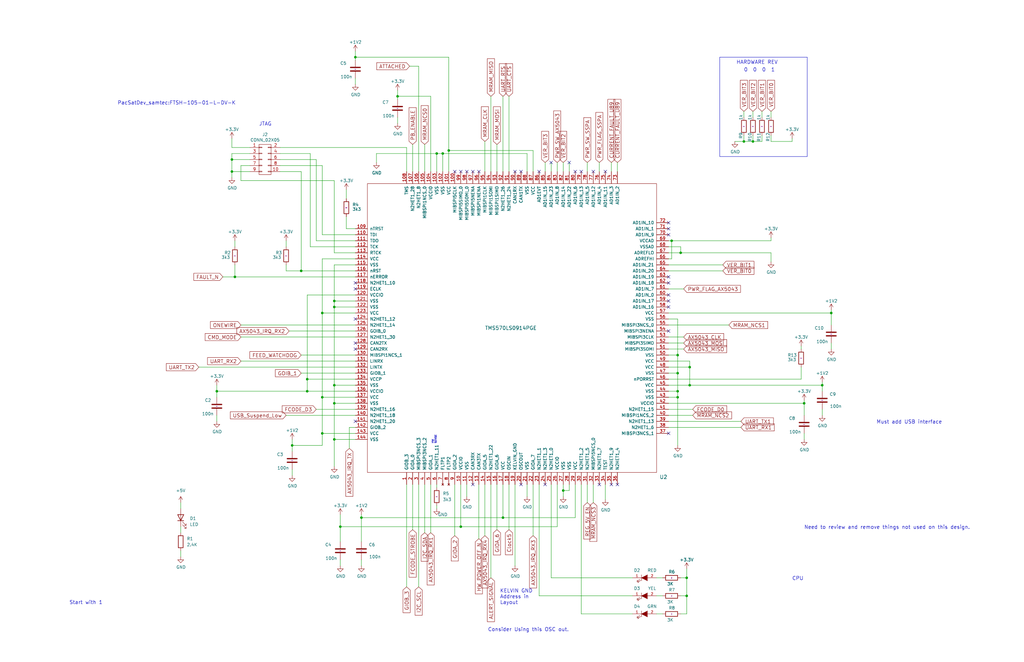
<source format=kicad_sch>
(kicad_sch (version 20230121) (generator eeschema)
  (paper "USLedger")
  (title_block (title "Radiation Tolerant PacSat Communication") (date "2023-06-17") (rev "1.1") (company "AMSAT-NA") (comment 1 "N5BRG"))
  (junction (at 129.54 165.1))
  (junction (at 140.97 170.18))
  (junction (at 194.31 222.25))
  (junction (at 285.75 165.1))
  (junction (at 313.69 59.69))
  (junction (at 140.97 162.56))
  (junction (at 152.4 218.44))
  (junction (at 189.23 63.5))
  (junction (at 285.75 157.48))
  (junction (at 350.52 132.08))
  (junction (at 97.79 67.31))
  (junction (at 143.51 222.25))
  (junction (at 285.75 149.86))
  (junction (at 129.54 160.02))
  (junction (at 287.02 106.68))
  (junction (at 184.15 64.77))
  (junction (at 99.06 116.84))
  (junction (at 290.83 154.94))
  (junction (at 289.56 251.46))
  (junction (at 149.86 24.13))
  (junction (at 289.56 243.84))
  (junction (at 140.97 127))
  (junction (at 212.09 218.44))
  (junction (at 167.64 40.64))
  (junction (at 237.49 207.01))
  (junction (at 135.89 132.08))
  (junction (at 91.44 165.1))
  (junction (at 346.71 162.56))
  (junction (at 135.89 167.64))
  (junction (at 135.89 182.88))
  (junction (at 339.09 170.18))
  (junction (at 140.97 129.54))
  (junction (at 317.5 59.69))
  (junction (at 285.75 167.64))
  (junction (at 127 114.3))
  (junction (at 140.97 185.42))
  (junction (at 186.69 64.77))
  (junction (at 97.79 72.39))
  (junction (at 123.19 187.96))
  (junction (at 283.21 101.6))
  (junction (at 290.83 162.56))
  (no_connect (at 281.94 96.52))
  (no_connect (at 281.94 124.46))
  (no_connect (at 191.77 72.39))
  (no_connect (at 149.86 119.38))
  (no_connect (at 232.41 68.58))
  (no_connect (at 257.81 204.47))
  (no_connect (at 281.94 139.7))
  (no_connect (at 199.39 204.47))
  (no_connect (at 199.39 72.39))
  (no_connect (at 281.94 129.54))
  (no_connect (at 281.94 182.88))
  (no_connect (at 196.85 72.39))
  (no_connect (at 194.31 72.39))
  (no_connect (at 227.33 72.39))
  (no_connect (at 219.71 204.47))
  (no_connect (at 281.94 127))
  (no_connect (at 260.35 204.47))
  (no_connect (at 217.17 72.39))
  (no_connect (at 149.86 144.78))
  (no_connect (at 149.86 177.8))
  (no_connect (at 219.71 72.39))
  (no_connect (at 242.57 72.39))
  (no_connect (at 281.94 119.38))
  (no_connect (at 245.11 72.39))
  (no_connect (at 281.94 99.06))
  (no_connect (at 149.86 147.32))
  (no_connect (at 201.93 72.39))
  (no_connect (at 252.73 204.47))
  (no_connect (at 229.87 204.47))
  (no_connect (at 281.94 116.84))
  (no_connect (at 255.27 72.39))
  (no_connect (at 149.86 121.92))
  (no_connect (at 281.94 93.98))
  (no_connect (at 240.03 68.58))
  (no_connect (at 149.86 134.62))
  (no_connect (at 250.19 72.39))
  (wire (pts (xy 245.11 259.08) (xy 266.7 259.08)))
  (wire (pts (xy 91.44 162.56) (xy 91.44 165.1)))
  (wire (pts (xy 285.75 165.1) (xy 281.94 165.1)))
  (wire (pts (xy 135.89 182.88) (xy 135.89 187.96)))
  (wire (pts (xy 129.54 124.46) (xy 129.54 160.02)))
  (wire (pts (xy 339.09 170.18) (xy 339.09 175.26)))
  (wire (pts (xy 133.35 101.6) (xy 133.35 67.31)))
  (wire (pts (xy 143.51 236.22) (xy 143.51 238.76)))
  (wire (pts (xy 232.41 68.58) (xy 232.41 72.39)))
  (wire (pts (xy 91.44 175.26) (xy 91.44 177.8)))
  (wire (pts (xy 140.97 170.18) (xy 149.86 170.18)))
  (wire (pts (xy 350.52 132.08) (xy 350.52 137.16)))
  (wire (pts (xy 281.94 175.26) (xy 292.1 175.26)))
  (wire (pts (xy 152.4 217.17) (xy 152.4 218.44)))
  (wire (pts (xy 120.65 101.6) (xy 120.65 104.14)))
  (wire (pts (xy 140.97 127) (xy 149.86 127)))
  (wire (pts (xy 101.6 137.16) (xy 149.86 137.16)))
  (wire (pts (xy 285.75 149.86) (xy 285.75 157.48)))
  (wire (pts (xy 194.31 222.25) (xy 234.95 222.25)))
  (wire (pts (xy 149.86 109.22) (xy 135.89 109.22)))
  (wire (pts (xy 143.51 222.25) (xy 143.51 228.6)))
  (wire (pts (xy 127 72.39) (xy 118.11 72.39)))
  (wire (pts (xy 350.52 130.81) (xy 350.52 132.08)))
  (wire (pts (xy 140.97 76.2) (xy 101.6 76.2)))
  (wire (pts (xy 317.5 59.69) (xy 321.31 59.69)))
  (wire (pts (xy 123.19 187.96) (xy 123.19 190.5)))
  (wire (pts (xy 97.79 62.23) (xy 97.79 58.42)))
  (wire (pts (xy 281.94 180.34) (xy 312.42 180.34)))
  (wire (pts (xy 101.6 142.24) (xy 149.86 142.24)))
  (wire (pts (xy 101.6 76.2) (xy 101.6 69.85)))
  (wire (pts (xy 146.05 96.52) (xy 149.86 96.52)))
  (wire (pts (xy 152.4 218.44) (xy 152.4 228.6)))
  (wire (pts (xy 204.47 226.06) (xy 204.47 204.47)))
  (wire (pts (xy 290.83 152.4) (xy 281.94 152.4)))
  (wire (pts (xy 287.02 243.84) (xy 289.56 243.84)))
  (wire (pts (xy 281.94 177.8) (xy 312.42 177.8)))
  (wire (pts (xy 133.35 67.31) (xy 118.11 67.31)))
  (wire (pts (xy 158.75 64.77) (xy 158.75 68.58)))
  (wire (pts (xy 252.73 68.58) (xy 252.73 72.39)))
  (wire (pts (xy 91.44 165.1) (xy 91.44 167.64)))
  (wire (pts (xy 212.09 218.44) (xy 242.57 218.44)))
  (wire (pts (xy 176.53 27.94) (xy 172.72 27.94)))
  (wire (pts (xy 129.54 124.46) (xy 149.86 124.46)))
  (wire (pts (xy 234.95 68.58) (xy 234.95 72.39)))
  (wire (pts (xy 247.65 68.58) (xy 247.65 72.39)))
  (wire (pts (xy 143.51 222.25) (xy 194.31 222.25)))
  (wire (pts (xy 105.41 62.23) (xy 97.79 62.23)))
  (wire (pts (xy 99.06 116.84) (xy 149.86 116.84)))
  (wire (pts (xy 234.95 222.25) (xy 234.95 204.47)))
  (wire (pts (xy 276.86 259.08) (xy 279.4 259.08)))
  (wire (pts (xy 135.89 187.96) (xy 123.19 187.96)))
  (wire (pts (xy 201.93 204.47) (xy 201.93 227.33)))
  (wire (pts (xy 212.09 204.47) (xy 212.09 218.44)))
  (wire (pts (xy 350.52 144.78) (xy 350.52 147.32)))
  (wire (pts (xy 304.8 114.3) (xy 281.94 114.3)))
  (wire (pts (xy 149.86 149.86) (xy 127 149.86)))
  (wire (pts (xy 149.86 152.4) (xy 101.6 152.4)))
  (wire (pts (xy 133.35 172.72) (xy 149.86 172.72)))
  (wire (pts (xy 120.65 175.26) (xy 149.86 175.26)))
  (wire (pts (xy 207.01 72.39) (xy 207.01 40.64)))
  (wire (pts (xy 167.64 49.53) (xy 167.64 52.07)))
  (wire (pts (xy 191.77 204.47) (xy 191.77 226.06)))
  (wire (pts (xy 281.94 134.62) (xy 285.75 134.62)))
  (wire (pts (xy 127 114.3) (xy 127 72.39)))
  (polyline (pts (xy 340.36 24.13) (xy 303.53 24.13)))
  (wire (pts (xy 255.27 204.47) (xy 255.27 210.82)))
  (wire (pts (xy 281.94 121.92) (xy 288.29 121.92)))
  (wire (pts (xy 289.56 259.08) (xy 287.02 259.08)))
  (wire (pts (xy 140.97 111.76) (xy 140.97 127)))
  (wire (pts (xy 209.55 72.39) (xy 209.55 60.96)))
  (wire (pts (xy 240.03 207.01) (xy 240.03 204.47)))
  (wire (pts (xy 334.01 59.69) (xy 334.01 58.42)))
  (wire (pts (xy 129.54 160.02) (xy 129.54 165.1)))
  (wire (pts (xy 222.25 64.77) (xy 222.25 72.39)))
  (wire (pts (xy 337.82 160.02) (xy 281.94 160.02)))
  (wire (pts (xy 337.82 146.05) (xy 337.82 147.32)))
  (wire (pts (xy 346.71 172.72) (xy 346.71 175.26)))
  (wire (pts (xy 149.86 104.14) (xy 130.81 104.14)))
  (polyline (pts (xy 303.53 66.04) (xy 340.36 66.04)))
  (wire (pts (xy 209.55 204.47) (xy 209.55 223.52)))
  (wire (pts (xy 325.12 106.68) (xy 325.12 110.49)))
  (wire (pts (xy 179.07 224.79) (xy 179.07 204.47)))
  (wire (pts (xy 99.06 111.76) (xy 99.06 116.84)))
  (wire (pts (xy 289.56 240.03) (xy 289.56 243.84)))
  (wire (pts (xy 97.79 72.39) (xy 105.41 72.39)))
  (wire (pts (xy 281.94 147.32) (xy 288.29 147.32)))
  (wire (pts (xy 281.94 111.76) (xy 304.8 111.76)))
  (wire (pts (xy 281.94 109.22) (xy 283.21 109.22)))
  (wire (pts (xy 281.94 137.16) (xy 307.34 137.16)))
  (wire (pts (xy 127 157.48) (xy 149.86 157.48)))
  (wire (pts (xy 309.88 59.69) (xy 313.69 59.69)))
  (wire (pts (xy 237.49 68.58) (xy 237.49 72.39)))
  (wire (pts (xy 173.99 60.96) (xy 173.99 72.39)))
  (wire (pts (xy 91.44 165.1) (xy 129.54 165.1)))
  (wire (pts (xy 181.61 204.47) (xy 181.61 224.79)))
  (wire (pts (xy 237.49 207.01) (xy 240.03 207.01)))
  (wire (pts (xy 222.25 204.47) (xy 222.25 209.55)))
  (wire (pts (xy 140.97 185.42) (xy 149.86 185.42)))
  (wire (pts (xy 204.47 72.39) (xy 204.47 59.69)))
  (wire (pts (xy 171.45 72.39) (xy 171.45 62.23)))
  (wire (pts (xy 149.86 132.08) (xy 135.89 132.08)))
  (wire (pts (xy 135.89 132.08) (xy 135.89 167.64)))
  (wire (pts (xy 97.79 64.77) (xy 97.79 67.31)))
  (wire (pts (xy 130.81 104.14) (xy 130.81 64.77)))
  (wire (pts (xy 135.89 109.22) (xy 135.89 132.08)))
  (wire (pts (xy 167.64 38.1) (xy 167.64 40.64)))
  (wire (pts (xy 127 114.3) (xy 149.86 114.3)))
  (wire (pts (xy 121.92 139.7) (xy 149.86 139.7)))
  (wire (pts (xy 227.33 204.47) (xy 227.33 251.46)))
  (wire (pts (xy 149.86 33.02) (xy 149.86 35.56)))
  (wire (pts (xy 290.83 162.56) (xy 346.71 162.56)))
  (wire (pts (xy 152.4 236.22) (xy 152.4 238.76)))
  (wire (pts (xy 283.21 109.22) (xy 283.21 101.6)))
  (wire (pts (xy 99.06 101.6) (xy 99.06 104.14)))
  (wire (pts (xy 140.97 129.54) (xy 149.86 129.54)))
  (wire (pts (xy 130.81 64.77) (xy 118.11 64.77)))
  (wire (pts (xy 212.09 40.64) (xy 212.09 72.39)))
  (wire (pts (xy 281.94 162.56) (xy 290.83 162.56)))
  (wire (pts (xy 194.31 222.25) (xy 194.31 204.47)))
  (wire (pts (xy 158.75 64.77) (xy 184.15 64.77)))
  (wire (pts (xy 184.15 213.36) (xy 184.15 214.63)))
  (wire (pts (xy 140.97 162.56) (xy 140.97 170.18)))
  (wire (pts (xy 135.89 69.85) (xy 118.11 69.85)))
  (wire (pts (xy 189.23 24.13) (xy 189.23 63.5)))
  (wire (pts (xy 140.97 162.56) (xy 149.86 162.56)))
  (wire (pts (xy 290.83 152.4) (xy 290.83 154.94)))
  (wire (pts (xy 229.87 68.58) (xy 229.87 72.39)))
  (wire (pts (xy 97.79 67.31) (xy 97.79 72.39)))
  (wire (pts (xy 346.71 161.29) (xy 346.71 162.56)))
  (wire (pts (xy 325.12 101.6) (xy 325.12 100.33)))
  (wire (pts (xy 149.86 24.13) (xy 149.86 25.4)))
  (wire (pts (xy 285.75 157.48) (xy 281.94 157.48)))
  (wire (pts (xy 242.57 218.44) (xy 242.57 204.47)))
  (polyline (pts (xy 340.36 66.04) (xy 340.36 24.13)))
  (wire (pts (xy 285.75 157.48) (xy 285.75 165.1)))
  (wire (pts (xy 186.69 64.77) (xy 186.69 72.39)))
  (wire (pts (xy 224.79 63.5) (xy 189.23 63.5)))
  (wire (pts (xy 105.41 67.31) (xy 97.79 67.31)))
  (wire (pts (xy 143.51 217.17) (xy 143.51 222.25)))
  (wire (pts (xy 325.12 59.69) (xy 334.01 59.69)))
  (wire (pts (xy 184.15 72.39) (xy 184.15 64.77)))
  (wire (pts (xy 135.89 167.64) (xy 149.86 167.64)))
  (wire (pts (xy 232.41 243.84) (xy 266.7 243.84)))
  (wire (pts (xy 140.97 129.54) (xy 140.97 162.56)))
  (wire (pts (xy 129.54 165.1) (xy 149.86 165.1)))
  (wire (pts (xy 292.1 172.72) (xy 281.94 172.72)))
  (wire (pts (xy 317.5 49.53) (xy 317.5 46.99)))
  (wire (pts (xy 276.86 243.84) (xy 279.4 243.84)))
  (wire (pts (xy 337.82 154.94) (xy 337.82 160.02)))
  (wire (pts (xy 285.75 167.64) (xy 281.94 167.64)))
  (wire (pts (xy 232.41 204.47) (xy 232.41 243.84)))
  (wire (pts (xy 214.63 204.47) (xy 214.63 223.52)))
  (wire (pts (xy 149.86 99.06) (xy 135.89 99.06)))
  (wire (pts (xy 281.94 132.08) (xy 350.52 132.08)))
  (wire (pts (xy 186.69 64.77) (xy 222.25 64.77)))
  (wire (pts (xy 167.64 40.64) (xy 167.64 41.91)))
  (wire (pts (xy 105.41 64.77) (xy 97.79 64.77)))
  (wire (pts (xy 281.94 144.78) (xy 288.29 144.78)))
  (polyline (pts (xy 303.53 24.13) (xy 303.53 66.04)))
  (wire (pts (xy 189.23 63.5) (xy 189.23 72.39)))
  (wire (pts (xy 152.4 218.44) (xy 212.09 218.44)))
  (wire (pts (xy 135.89 167.64) (xy 135.89 182.88)))
  (wire (pts (xy 289.56 243.84) (xy 289.56 251.46)))
  (wire (pts (xy 346.71 162.56) (xy 346.71 165.1)))
  (wire (pts (xy 135.89 182.88) (xy 149.86 182.88)))
  (wire (pts (xy 285.75 167.64) (xy 285.75 187.96)))
  (wire (pts (xy 101.6 69.85) (xy 105.41 69.85)))
  (wire (pts (xy 321.31 59.69) (xy 321.31 57.15)))
  (wire (pts (xy 171.45 62.23) (xy 118.11 62.23)))
  (wire (pts (xy 281.94 142.24) (xy 288.29 142.24)))
  (wire (pts (xy 149.86 111.76) (xy 140.97 111.76)))
  (wire (pts (xy 120.65 114.3) (xy 120.65 111.76)))
  (wire (pts (xy 290.83 154.94) (xy 281.94 154.94)))
  (wire (pts (xy 281.94 104.14) (xy 287.02 104.14)))
  (wire (pts (xy 257.81 68.58) (xy 257.81 72.39)))
  (wire (pts (xy 140.97 106.68) (xy 140.97 76.2)))
  (wire (pts (xy 224.79 72.39) (xy 224.79 63.5)))
  (wire (pts (xy 76.2 212.09) (xy 76.2 214.63)))
  (wire (pts (xy 171.45 247.65) (xy 171.45 204.47)))
  (wire (pts (xy 76.2 232.41) (xy 76.2 234.95)))
  (wire (pts (xy 240.03 68.58) (xy 240.03 72.39)))
  (wire (pts (xy 289.56 251.46) (xy 287.02 251.46)))
  (wire (pts (xy 283.21 101.6) (xy 325.12 101.6)))
  (wire (pts (xy 149.86 160.02) (xy 129.54 160.02)))
  (wire (pts (xy 196.85 204.47) (xy 196.85 209.55)))
  (wire (pts (xy 287.02 106.68) (xy 325.12 106.68)))
  (wire (pts (xy 281.94 101.6) (xy 283.21 101.6)))
  (wire (pts (xy 140.97 170.18) (xy 140.97 185.42)))
  (wire (pts (xy 289.56 251.46) (xy 289.56 259.08)))
  (wire (pts (xy 173.99 223.52) (xy 173.99 204.47)))
  (wire (pts (xy 146.05 91.44) (xy 146.05 96.52)))
  (wire (pts (xy 281.94 170.18) (xy 339.09 170.18)))
  (wire (pts (xy 313.69 46.99) (xy 313.69 49.53)))
  (wire (pts (xy 123.19 185.42) (xy 123.19 187.96)))
  (wire (pts (xy 149.86 106.68) (xy 140.97 106.68)))
  (wire (pts (xy 290.83 154.94) (xy 290.83 162.56)))
  (wire (pts (xy 214.63 40.64) (xy 214.63 72.39)))
  (wire (pts (xy 224.79 226.06) (xy 224.79 204.47)))
  (wire (pts (xy 217.17 204.47) (xy 217.17 238.76)))
  (wire (pts (xy 285.75 165.1) (xy 285.75 167.64)))
  (wire (pts (xy 149.86 24.13) (xy 189.23 24.13)))
  (wire (pts (xy 339.09 182.88) (xy 339.09 185.42)))
  (wire (pts (xy 149.86 180.34) (xy 147.32 180.34)))
  (wire (pts (xy 276.86 251.46) (xy 279.4 251.46)))
  (wire (pts (xy 313.69 59.69) (xy 317.5 59.69)))
  (wire (pts (xy 147.32 180.34) (xy 147.32 189.23)))
  (wire (pts (xy 184.15 204.47) (xy 184.15 205.74)))
  (wire (pts (xy 237.49 204.47) (xy 237.49 207.01)))
  (wire (pts (xy 227.33 251.46) (xy 266.7 251.46)))
  (wire (pts (xy 181.61 40.64) (xy 181.61 72.39)))
  (wire (pts (xy 184.15 64.77) (xy 186.69 64.77)))
  (wire (pts (xy 76.2 222.25) (xy 76.2 224.79)))
  (wire (pts (xy 167.64 40.64) (xy 181.61 40.64)))
  (wire (pts (xy 339.09 168.91) (xy 339.09 170.18)))
  (wire (pts (xy 281.94 106.68) (xy 287.02 106.68)))
  (wire (pts (xy 313.69 59.69) (xy 313.69 57.15)))
  (wire (pts (xy 176.53 27.94) (xy 176.53 72.39)))
  (wire (pts (xy 250.19 204.47) (xy 250.19 212.09)))
  (wire (pts (xy 237.49 207.01) (xy 237.49 209.55)))
  (wire (pts (xy 97.79 72.39) (xy 97.79 74.93)))
  (wire (pts (xy 245.11 204.47) (xy 245.11 259.08)))
  (wire (pts (xy 149.86 154.94) (xy 83.82 154.94)))
  (wire (pts (xy 287.02 104.14) (xy 287.02 106.68)))
  (wire (pts (xy 135.89 99.06) (xy 135.89 69.85)))
  (wire (pts (xy 123.19 198.12) (xy 123.19 200.66)))
  (wire (pts (xy 321.31 49.53) (xy 321.31 46.99)))
  (wire (pts (xy 146.05 80.01) (xy 146.05 83.82)))
  (wire (pts (xy 260.35 68.58) (xy 260.35 72.39)))
  (wire (pts (xy 149.86 101.6) (xy 133.35 101.6)))
  (wire (pts (xy 179.07 72.39) (xy 179.07 60.96)))
  (wire (pts (xy 207.01 243.84) (xy 207.01 204.47)))
  (wire (pts (xy 325.12 59.69) (xy 325.12 57.15)))
  (wire (pts (xy 140.97 185.42) (xy 140.97 196.85)))
  (wire (pts (xy 140.97 127) (xy 140.97 129.54)))
  (wire (pts (xy 285.75 134.62) (xy 285.75 149.86)))
  (wire (pts (xy 247.65 204.47) (xy 247.65 212.09)))
  (wire (pts (xy 93.98 116.84) (xy 99.06 116.84)))
  (wire (pts (xy 176.53 204.47) (xy 176.53 247.65)))
  (wire (pts (xy 325.12 49.53) (xy 325.12 46.99)))
  (wire (pts (xy 120.65 114.3) (xy 127 114.3)))
  (wire (pts (xy 317.5 57.15) (xy 317.5 59.69)))
  (wire (pts (xy 281.94 149.86) (xy 285.75 149.86)))
  (wire (pts (xy 149.86 21.59) (xy 149.86 24.13)))
  (text "CPU" (at 334.01 245.11 0) (effects (font (size 1.524 1.524)) (justify left bottom)))
  (text "PacSatDev_samtec:FTSH-105-01-L-DV-K" (at 49.53 44.45 0) (effects (font (size 1.524 1.524)) (justify left bottom)))
  (text "0" (at 321.31 30.48 0) (effects (font (size 1.524 1.524)) (justify left bottom)))
  (text "0" (at 313.69 30.48 0) (effects (font (size 1.524 1.524)) (justify left bottom)))
  (text "Consider Using this OSC out." (at 205.74 266.7 0) (effects (font (size 1.524 1.524)) (justify left bottom)))
  (text "JTAG" (at 109.22 53.34 0) (effects (font (size 1.524 1.524)) (justify left bottom)))
  (text "Need to review and remove things not used on this design." (at 339.09 223.52 0) (effects (font (size 1.524 1.524)) (justify left bottom)))
  (text "Must add USB interface" (at 369.57 179.07 0) (effects (font (size 1.524 1.524)) (justify left bottom)))
  (text "HARDWARE REV" (at 310.515 27.305 0) (effects (font (size 1.524 1.524)) (justify left bottom)))
  (text "Start with 1" (at 29.21 255.27 0) (effects (font (size 1.524 1.524)) (justify left bottom)))
  (text "HW\nSENSE" (at 184.15 187.325 90) (effects (font (size 0.762 0.762)) (justify left bottom)))
  (text "1" (at 325.12 30.48 0) (effects (font (size 1.524 1.524)) (justify left bottom)))
  (text "0" (at 317.5 30.48 0) (effects (font (size 1.524 1.524)) (justify left bottom)))
  (text "KELVIN GND\nAddress in\nLayout" (at 210.82 255.27 0) (effects (font (size 1.524 1.524)) (justify left bottom)))
  (global_label "FCODE_STROBE" (shape input) (at 173.99 223.52 270) (effects (font (size 1.524 1.524))) (property "Intersheetrefs" "${INTERSHEET_REFS}" (effects hide)))
  (global_label "VER_BIT2" (shape input) (at 237.49 68.58 90) (effects (font (size 1.524 1.524))) (property "Intersheetrefs" "${INTERSHEET_REFS}" (effects hide)))
  (global_label "UART_RX2" (shape input) (at 101.6 152.4 180) (effects (font (size 1.524 1.524))) (property "Intersheetrefs" "${INTERSHEET_REFS}" (effects hide)))
  (global_label "AX5043_IRQ_RX2" (shape input) (at 121.92 139.7 180) (effects (font (size 1.524 1.524))) (property "Intersheetrefs" "${INTERSHEET_REFS}" (effects hide)))
  (global_label "CMD_MODE" (shape input) (at 101.6 142.24 180) (effects (font (size 1.524 1.524))) (property "Intersheetrefs" "${INTERSHEET_REFS}" (effects hide)))
  (global_label "VER_BIT1" (shape input) (at 304.8 111.76 0) (effects (font (size 1.524 1.524))) (property "Intersheetrefs" "${INTERSHEET_REFS}" (effects hide)))
  (global_label "MRAM_NCS0" (shape input) (at 179.07 60.96 90) (effects (font (size 1.524 1.524))) (property "Intersheetrefs" "${INTERSHEET_REFS}" (effects hide)))
  (global_label "MRAM_MISO" (shape input) (at 207.01 40.64 90) (effects (font (size 1.524 1.524))) (property "Intersheetrefs" "${INTERSHEET_REFS}" (effects hide)))
  (global_label "VER_BIT0" (shape input) (at 304.8 114.3 0) (effects (font (size 1.524 1.524))) (property "Intersheetrefs" "${INTERSHEET_REFS}" (effects hide)))
  (global_label "ONEWIRE" (shape input) (at 101.6 137.16 180) (effects (font (size 1.524 1.524))) (property "Intersheetrefs" "${INTERSHEET_REFS}" (effects hide)))
  (global_label "UART_TX2" (shape input) (at 83.82 154.94 180) (effects (font (size 1.524 1.524))) (property "Intersheetrefs" "${INTERSHEET_REFS}" (effects hide)))
  (global_label "AX5043_IRQ_RX1" (shape input) (at 181.61 224.79 270) (effects (font (size 1.524 1.524))) (property "Intersheetrefs" "${INTERSHEET_REFS}" (effects hide)))
  (global_label "GIOA_6" (shape input) (at 209.55 223.52 270) (effects (font (size 1.524 1.524))) (property "Intersheetrefs" "${INTERSHEET_REFS}" (effects hide)))
  (global_label "PWR_FLAG_AX5043" (shape input) (at 288.29 121.92 0) (effects (font (size 1.524 1.524))) (property "Intersheetrefs" "${INTERSHEET_REFS}" (effects hide)))
  (global_label "PWR_SW_SSPA" (shape input) (at 247.65 68.58 90) (effects (font (size 1.524 1.524))) (property "Intersheetrefs" "${INTERSHEET_REFS}" (effects hide)))
  (global_label "AX5043_IRQ_RX4" (shape input) (at 204.47 226.06 270) (effects (font (size 1.524 1.524))) (property "Intersheetrefs" "${INTERSHEET_REFS}" (effects hide)))
  (global_label "FEED_WATCHDOG" (shape input) (at 127 149.86 180) (effects (font (size 1.524 1.524))) (property "Intersheetrefs" "${INTERSHEET_REFS}" (effects hide)))
  (global_label "ALERT_SIGNAL" (shape input) (at 207.01 243.84 270) (effects (font (size 1.524 1.524))) (property "Intersheetrefs" "${INTERSHEET_REFS}" (effects hide)))
  (global_label "AX5043_IRQ_TX" (shape input) (at 147.32 189.23 270) (effects (font (size 1.524 1.524))) (property "Intersheetrefs" "${INTERSHEET_REFS}" (effects hide)))
  (global_label "FAULT_N" (shape input) (at 93.98 116.84 180) (effects (font (size 1.524 1.524))) (property "Intersheetrefs" "${INTERSHEET_REFS}" (effects hide)))
  (global_label "USB_Suspend_Low" (shape input) (at 120.65 175.26 180) (effects (font (size 1.524 1.524))) (property "Intersheetrefs" "${INTERSHEET_REFS}" (effects hide)))
  (global_label "UART_TX1" (shape input) (at 312.42 177.8 0) (effects (font (size 1.524 1.524))) (property "Intersheetrefs" "${INTERSHEET_REFS}" (effects hide)))
  (global_label "CURRENT_FAULT_U89" (shape input) (at 260.35 68.58 90) (effects (font (size 1.524 1.524))) (property "Intersheetrefs" "${INTERSHEET_REFS}" (effects hide)))
  (global_label "MRAM_NCS2" (shape input) (at 292.1 175.26 0) (effects (font (size 1.524 1.524))) (property "Intersheetrefs" "${INTERSHEET_REFS}" (effects hide)))
  (global_label "MRAM_CLK" (shape input) (at 204.47 59.69 90) (effects (font (size 1.524 1.524))) (property "Intersheetrefs" "${INTERSHEET_REFS}" (effects hide)))
  (global_label "MRAM_NCS3" (shape input) (at 250.19 212.09 270) (effects (font (size 1.524 1.524))) (property "Intersheetrefs" "${INTERSHEET_REFS}" (effects hide)))
  (global_label "AX5043_IRQ_RX3" (shape input) (at 224.79 226.06 270) (effects (font (size 1.524 1.524))) (property "Intersheetrefs" "${INTERSHEET_REFS}" (effects hide)))
  (global_label "GOIB_1" (shape input) (at 127 157.48 180) (effects (font (size 1.524 1.524))) (property "Intersheetrefs" "${INTERSHEET_REFS}" (effects hide)))
  (global_label "PWR_FLAG_SSPA" (shape input) (at 252.73 68.58 90) (effects (font (size 1.524 1.524))) (property "Intersheetrefs" "${INTERSHEET_REFS}" (effects hide)))
  (global_label "I2C_SDA" (shape input) (at 179.07 224.79 270) (effects (font (size 1.524 1.524))) (property "Intersheetrefs" "${INTERSHEET_REFS}" (effects hide)))
  (global_label "MRAM_MOSI" (shape input) (at 209.55 60.96 90) (effects (font (size 1.524 1.524))) (property "Intersheetrefs" "${INTERSHEET_REFS}" (effects hide)))
  (global_label "GIOA_2" (shape input) (at 191.77 226.06 270) (effects (font (size 1.524 1.524))) (property "Intersheetrefs" "${INTERSHEET_REFS}" (effects hide)))
  (global_label "GIOB_3" (shape input) (at 171.45 247.65 270) (effects (font (size 1.524 1.524))) (property "Intersheetrefs" "${INTERSHEET_REFS}" (effects hide)))
  (global_label "PB_ENABLE" (shape input) (at 173.99 60.96 90) (effects (font (size 1.524 1.524))) (property "Intersheetrefs" "${INTERSHEET_REFS}" (effects hide)))
  (global_label "VER_BIT3" (shape input) (at 313.69 46.99 90) (effects (font (size 1.524 1.524))) (property "Intersheetrefs" "${INTERSHEET_REFS}" (effects hide)))
  (global_label "UART_RX1" (shape input) (at 312.42 180.34 0) (effects (font (size 1.524 1.524))) (property "Intersheetrefs" "${INTERSHEET_REFS}" (effects hide)))
  (global_label "FCODE_D0" (shape input) (at 292.1 172.72 0) (effects (font (size 1.524 1.524))) (property "Intersheetrefs" "${INTERSHEET_REFS}" (effects hide)))
  (global_label "AX5043_CLK" (shape input) (at 288.29 142.24 0) (effects (font (size 1.524 1.524))) (property "Intersheetrefs" "${INTERSHEET_REFS}" (effects hide)))
  (global_label "VER_BIT3" (shape input) (at 229.87 68.58 90) (effects (font (size 1.524 1.524))) (property "Intersheetrefs" "${INTERSHEET_REFS}" (effects hide)))
  (global_label "ATTACHED" (shape input) (at 172.72 27.94 180) (effects (font (size 1.524 1.524))) (property "Intersheetrefs" "${INTERSHEET_REFS}" (effects hide)))
  (global_label "AX5043_MISO" (shape input) (at 288.29 147.32 0) (effects (font (size 1.524 1.524))) (property "Intersheetrefs" "${INTERSHEET_REFS}" (effects hide)))
  (global_label "MRAM_NCS1" (shape input) (at 307.34 137.16 0) (effects (font (size 1.524 1.524))) (property "Intersheetrefs" "${INTERSHEET_REFS}" (effects hide)))
  (global_label "UART_RTS" (shape input) (at 212.09 40.64 90) (effects (font (size 1.524 1.524))) (property "Intersheetrefs" "${INTERSHEET_REFS}" (effects hide)))
  (global_label "UART_CTS" (shape input) (at 214.63 40.64 90) (effects (font (size 1.524 1.524))) (property "Intersheetrefs" "${INTERSHEET_REFS}" (effects hide)))
  (global_label "CURRENT_FAULT_U89" (shape input) (at 257.81 68.58 90) (effects (font (size 1.524 1.524))) (property "Intersheetrefs" "${INTERSHEET_REFS}" (effects hide)))
  (global_label "VER_BIT1" (shape input) (at 321.31 46.99 90) (effects (font (size 1.524 1.524))) (property "Intersheetrefs" "${INTERSHEET_REFS}" (effects hide)))
  (global_label "HW_POWER_OFF_N" (shape input) (at 201.93 227.33 270) (effects (font (size 1.524 1.524))) (property "Intersheetrefs" "${INTERSHEET_REFS}" (effects hide)))
  (global_label "Clock5" (shape input) (at 214.63 223.52 270) (effects (font (size 1.524 1.524))) (property "Intersheetrefs" "${INTERSHEET_REFS}" (effects hide)))
  (global_label "PWR_SW_AX5043" (shape input) (at 234.95 68.58 90) (effects (font (size 1.524 1.524))) (property "Intersheetrefs" "${INTERSHEET_REFS}" (effects hide)))
  (global_label "FCODE_D3" (shape input) (at 133.35 172.72 180) (effects (font (size 1.524 1.524))) (property "Intersheetrefs" "${INTERSHEET_REFS}" (effects hide)))
  (global_label "AX5043_MOSI" (shape input) (at 288.29 144.78 0) (effects (font (size 1.524 1.524))) (property "Intersheetrefs" "${INTERSHEET_REFS}" (effects hide)))
  (global_label "VER_BIT2" (shape input) (at 317.5 46.99 90) (effects (font (size 1.524 1.524))) (property "Intersheetrefs" "${INTERSHEET_REFS}" (effects hide)))
  (global_label "REG_5V_EN" (shape input) (at 247.65 212.09 270) (effects (font (size 1.524 1.524))) (property "Intersheetrefs" "${INTERSHEET_REFS}" (effects hide)))
  (global_label "VER_BIT0" (shape input) (at 325.12 46.99 90) (effects (font (size 1.524 1.524))) (property "Intersheetrefs" "${INTERSHEET_REFS}" (effects hide)))
  (global_label "I2C_SCL" (shape input) (at 176.53 247.65 270) (effects (font (size 1.524 1.524))) (property "Intersheetrefs" "${INTERSHEET_REFS}" (effects hide)))
  (symbol (lib_id "PACSAT_ICs:TMS570LS0914PGE") (at 215.9 138.43 0) (unit 1)
    (property "Reference" "U2" (at 278.13 201.295 0) (effects (font (size 1.524 1.524)) (justify left)))
    (property "Value" "TMS570LS0914PGE" (at 204.47 138.43 0) (effects (font (size 1.524 1.524)) (justify left)))
    (property "Footprint" "PacSatDev_ti:TQFP-144_20x20mm_Pitch0.5mm" (effects hide))
  )
  (symbol (lib_id "power:GND") (at 196.85 209.55 0) (unit 1)
    (property "Reference" "#PWR023" (effects hide))
    (property "Value" "GND" (at 196.977 213.9442 0))
  )
  (symbol (lib_id "power:GND") (at 285.75 187.96 0) (unit 1)
    (property "Reference" "#PWR027" (effects hide))
    (property "Value" "GND" (at 285.877 192.3542 0))
  )
  (symbol (lib_id "Device:R") (at 120.65 107.95 0) (unit 1)
    (property "Reference" "R3" (at 116.205 106.68 0) (effects (justify left)))
    (property "Value" "3k3" (at 114.935 108.585 0) (effects (justify left)))
    (property "Footprint" "Resistor_SMD:R_0603_1608Metric_Pad0.98x0.95mm_HandSolder" (effects hide))
    (property "Datasheet" "~" (at 120.65 107.95 0))
  )
  (symbol (lib_id "power:GND") (at 140.97 196.85 0) (unit 1)
    (property "Reference" "#PWR011" (effects hide))
    (property "Value" "GND" (at 141.097 201.2442 0))
  )
  (symbol (lib_id "power:GND") (at 222.25 209.55 0) (unit 1)
    (property "Reference" "#PWR024" (effects hide))
    (property "Value" "GND" (at 222.377 213.9442 0))
  )
  (symbol (lib_id "power:GND") (at 237.49 209.55 0) (unit 1)
    (property "Reference" "#PWR025" (effects hide))
    (property "Value" "GND" (at 237.617 213.9442 0))
  )
  (symbol (lib_id "power:GND") (at 158.75 68.58 0) (unit 1)
    (property "Reference" "#PWR019" (effects hide))
    (property "Value" "GND" (at 158.877 72.9742 0))
  )
  (symbol (lib_id "Device:C") (at 346.71 168.91 0) (unit 1)
    (property "Reference" "C9" (at 351.155 166.37 0))
    (property "Value" "100n" (at 352.425 171.45 0))
    (property "Footprint" "Capacitor_SMD:C_0603_1608Metric_Pad1.08x0.95mm_HandSolder" (effects hide))
    (property "Datasheet" "~" (at 346.71 168.91 0))
  )
  (symbol (lib_id "power:GND") (at 346.71 175.26 0) (unit 1)
    (property "Reference" "#PWR049" (effects hide))
    (property "Value" "GND" (at 346.837 179.6542 0))
  )
  (symbol (lib_id "Device:C") (at 167.64 45.72 0) (unit 1)
    (property "Reference" "C7" (at 162.56 43.18 0))
    (property "Value" "100n" (at 163.83 48.895 0))
    (property "Footprint" "Capacitor_SMD:C_0603_1608Metric_Pad1.08x0.95mm_HandSolder" (effects hide))
    (property "Datasheet" "~" (at 167.64 45.72 0))
  )
  (symbol (lib_id "power:GND") (at 167.64 52.07 0) (unit 1)
    (property "Reference" "#PWR021" (effects hide))
    (property "Value" "GND" (at 167.767 56.4642 0))
  )
  (symbol (lib_id "Device:C") (at 339.09 179.07 0) (unit 1)
    (property "Reference" "C8" (at 334.01 176.53 0))
    (property "Value" "100n" (at 335.28 182.245 0))
    (property "Footprint" "Capacitor_SMD:C_0603_1608Metric_Pad1.08x0.95mm_HandSolder" (effects hide))
    (property "Datasheet" "~" (at 339.09 179.07 0))
  )
  (symbol (lib_id "power:GND") (at 339.09 185.42 0) (unit 1)
    (property "Reference" "#PWR041" (effects hide))
    (property "Value" "GND" (at 339.217 189.8142 0))
  )
  (symbol (lib_id "Device:C") (at 350.52 140.97 0) (unit 1)
    (property "Reference" "C10" (at 345.44 138.43 0))
    (property "Value" "100n" (at 346.71 144.145 0))
    (property "Footprint" "Capacitor_SMD:C_0603_1608Metric_Pad1.08x0.95mm_HandSolder" (effects hide))
    (property "Datasheet" "~" (at 350.52 140.97 0))
  )
  (symbol (lib_id "power:GND") (at 350.52 147.32 0) (unit 1)
    (property "Reference" "#PWR064" (effects hide))
    (property "Value" "GND" (at 350.647 151.7142 0))
  )
  (symbol (lib_id "Device:C") (at 149.86 29.21 0) (unit 1)
    (property "Reference" "C5" (at 144.78 26.67 0))
    (property "Value" "100n" (at 146.05 32.385 0))
    (property "Footprint" "Capacitor_SMD:C_0603_1608Metric_Pad1.08x0.95mm_HandSolder" (effects hide))
    (property "Datasheet" "~" (at 149.86 29.21 0))
  )
  (symbol (lib_id "power:GND") (at 149.86 35.56 0) (unit 1)
    (property "Reference" "#PWR016" (effects hide))
    (property "Value" "GND" (at 149.987 39.9542 0))
  )
  (symbol (lib_id "Device:C") (at 152.4 232.41 0) (unit 1)
    (property "Reference" "C6" (at 156.845 229.87 0))
    (property "Value" "100n" (at 158.115 234.95 0))
    (property "Footprint" "Capacitor_SMD:C_0603_1608Metric_Pad1.08x0.95mm_HandSolder" (effects hide))
    (property "Datasheet" "~" (at 152.4 232.41 0))
  )
  (symbol (lib_id "power:GND") (at 152.4 238.76 0) (unit 1)
    (property "Reference" "#PWR018" (effects hide))
    (property "Value" "GND" (at 152.527 243.1542 0))
  )
  (symbol (lib_id "Device:C") (at 143.51 232.41 0) (unit 1)
    (property "Reference" "C4" (at 138.43 229.87 0))
    (property "Value" "100n" (at 139.7 235.585 0))
    (property "Footprint" "Capacitor_SMD:C_0603_1608Metric_Pad1.08x0.95mm_HandSolder" (effects hide))
    (property "Datasheet" "~" (at 143.51 232.41 0))
  )
  (symbol (lib_id "power:GND") (at 143.51 238.76 0) (unit 1)
    (property "Reference" "#PWR013" (effects hide))
    (property "Value" "GND" (at 143.637 243.1542 0))
  )
  (symbol (lib_id "Device:C") (at 123.19 194.31 0) (unit 1)
    (property "Reference" "C3" (at 118.11 191.77 0))
    (property "Value" "100n" (at 119.38 197.485 0))
    (property "Footprint" "Capacitor_SMD:C_0603_1608Metric_Pad1.08x0.95mm_HandSolder" (effects hide))
    (property "Datasheet" "~" (at 123.19 194.31 0))
  )
  (symbol (lib_id "power:GND") (at 123.19 200.66 0) (unit 1)
    (property "Reference" "#PWR010" (effects hide))
    (property "Value" "GND" (at 123.317 205.0542 0))
  )
  (symbol (lib_id "Device:C") (at 91.44 171.45 0) (unit 1)
    (property "Reference" "C2" (at 86.36 168.91 0) (effects (justify left)))
    (property "Value" "100n" (at 87.63 174.625 0))
    (property "Footprint" "Capacitor_SMD:C_0603_1608Metric_Pad1.08x0.95mm_HandSolder" (effects hide))
    (property "Datasheet" "~" (at 91.44 171.45 0))
  )
  (symbol (lib_id "power:GND") (at 91.44 177.8 0) (unit 1)
    (property "Reference" "#PWR03" (effects hide))
    (property "Value" "GND" (at 91.567 182.1942 0))
  )
  (symbol (lib_id "PACSAT_DEV_misc:CONN_02X05") (at 111.76 67.31 0) (unit 1)
    (property "Reference" "J2" (at 111.76 56.769 0))
    (property "Value" "CONN_02X05" (at 111.76 59.0804 0))
    (property "Footprint" "PacSatDev_samtec:FTSH-105-01-L-DV-K" (effects hide))
  )
  (symbol (lib_id "power:GND") (at 97.79 74.93 0) (unit 1)
    (property "Reference" "#PWR05" (effects hide))
    (property "Value" "GND" (at 97.917 79.3242 0))
  )
  (symbol (lib_id "Device:R") (at 146.05 87.63 0) (unit 1)
    (property "Reference" "R4" (at 148.59 86.36 0) (effects (justify left)))
    (property "Value" "3k3" (at 148.59 88.265 0) (effects (justify left)))
    (property "Footprint" "Resistor_SMD:R_0603_1608Metric_Pad0.98x0.95mm_HandSolder" (effects hide))
    (property "Datasheet" "~" (at 146.05 87.63 0))
  )
  (symbol (lib_id "Device:R") (at 99.06 107.95 0) (unit 1)
    (property "Reference" "R2" (at 94.615 106.68 0) (effects (justify left)))
    (property "Value" "3k3" (at 93.345 108.585 0) (effects (justify left)))
    (property "Footprint" "Resistor_SMD:R_0603_1608Metric_Pad0.98x0.95mm_HandSolder" (effects hide))
    (property "Datasheet" "~" (at 99.06 107.95 0))
  )
  (symbol (lib_id "power:GND") (at 255.27 210.82 0) (unit 1)
    (property "Reference" "#PWR026" (effects hide))
    (property "Value" "GND" (at 255.397 215.2142 0))
  )
  (symbol (lib_id "power:GND") (at 325.12 110.49 0) (unit 1)
    (property "Reference" "#PWR031" (effects hide))
    (property "Value" "GND" (at 325.247 114.8842 0))
  )
  (symbol (lib_id "PACSAT_DEV_misc:LED") (at 271.78 243.84 0) (unit 1)
    (property "Reference" "D2" (at 268.605 240.665 0))
    (property "Value" "RED" (at 274.955 240.665 0))
    (property "Footprint" "LED_SMD:LED_0603_1608Metric_Pad1.05x0.95mm_HandSolder" (effects hide))
  )
  (symbol (lib_id "PACSAT_DEV_misc:LED") (at 271.78 251.46 0) (unit 1)
    (property "Reference" "D3" (at 268.605 248.285 0))
    (property "Value" "YEL" (at 274.955 248.285 0))
    (property "Footprint" "LED_SMD:LED_0603_1608Metric_Pad1.05x0.95mm_HandSolder" (effects hide))
  )
  (symbol (lib_id "PACSAT_DEV_misc:LED") (at 271.78 259.08 0) (unit 1)
    (property "Reference" "D4" (at 268.605 255.905 0))
    (property "Value" "GRN" (at 274.955 255.905 0))
    (property "Footprint" "LED_SMD:LED_0603_1608Metric_Pad1.05x0.95mm_HandSolder" (effects hide))
  )
  (symbol (lib_id "Device:R") (at 283.21 243.84 270) (unit 1)
    (property "Reference" "R6" (at 281.94 241.3 90) (effects (justify left)))
    (property "Value" "3K" (at 281.305 246.38 90) (effects (justify left)))
    (property "Footprint" "Resistor_SMD:R_0603_1608Metric_Pad0.98x0.95mm_HandSolder" (effects hide))
    (property "Datasheet" "~" (at 283.21 243.84 0))
  )
  (symbol (lib_id "Device:R") (at 283.21 251.46 270) (unit 1)
    (property "Reference" "R7" (at 281.94 248.92 90) (effects (justify left)))
    (property "Value" "3K" (at 281.305 254 90) (effects (justify left)))
    (property "Footprint" "Resistor_SMD:R_0603_1608Metric_Pad0.98x0.95mm_HandSolder" (effects hide))
    (property "Datasheet" "~" (at 283.21 251.46 0))
  )
  (symbol (lib_id "Device:R") (at 283.21 259.08 270) (unit 1)
    (property "Reference" "R8" (at 281.94 256.54 90) (effects (justify left)))
    (property "Value" "3K" (at 281.305 261.62 90) (effects (justify left)))
    (property "Footprint" "Resistor_SMD:R_0603_1608Metric_Pad0.98x0.95mm_HandSolder" (effects hide))
    (property "Datasheet" "~" (at 283.21 259.08 0))
  )
  (symbol (lib_id "Device:R") (at 337.82 151.13 0) (unit 1)
    (property "Reference" "R13" (at 332.105 149.86 0) (effects (justify left)))
    (property "Value" "3k3" (at 332.105 151.765 0) (effects (justify left)))
    (property "Footprint" "Resistor_SMD:R_0603_1608Metric_Pad0.98x0.95mm_HandSolder" (effects hide))
    (property "Datasheet" "~" (at 337.82 151.13 0))
  )
  (symbol (lib_id "power:GND") (at 184.15 214.63 0) (unit 1)
    (property "Reference" "#PWR022" (effects hide))
    (property "Value" "GND" (at 186.69 217.17 0))
  )
  (symbol (lib_id "power:GND") (at 309.88 59.69 0) (unit 1)
    (property "Reference" "#PWR029" (effects hide))
    (property "Value" "GND" (at 310.007 64.0842 0))
  )
  (symbol (lib_id "Device:R") (at 313.69 53.34 180) (unit 1)
    (property "Reference" "R9" (at 312.42 55.88 90) (effects (justify left)))
    (property "Value" "1k" (at 312.42 48.26 90) (effects (justify left)))
    (property "Footprint" "Resistor_SMD:R_0603_1608Metric_Pad0.98x0.95mm_HandSolder" (effects hide))
    (property "Datasheet" "~" (at 313.69 53.34 0))
  )
  (symbol (lib_id "Device:R") (at 317.5 53.34 180) (unit 1)
    (property "Reference" "R10" (at 316.23 55.88 90) (effects (justify left)))
    (property "Value" "1k" (at 316.23 48.26 90) (effects (justify left)))
    (property "Footprint" "Resistor_SMD:R_0603_1608Metric_Pad0.98x0.95mm_HandSolder" (effects hide))
    (property "Datasheet" "~" (at 317.5 53.34 0))
  )
  (symbol (lib_id "Device:R") (at 321.31 53.34 180) (unit 1)
    (property "Reference" "R11" (at 320.04 55.88 90) (effects (justify left)))
    (property "Value" "1k" (at 320.04 48.26 90) (effects (justify left)))
    (property "Footprint" "Resistor_SMD:R_0603_1608Metric_Pad0.98x0.95mm_HandSolder" (effects hide))
    (property "Datasheet" "~" (at 321.31 53.34 0))
  )
  (symbol (lib_id "Device:R") (at 325.12 53.34 180) (unit 1)
    (property "Reference" "R12" (at 323.85 55.88 90) (effects (justify left)))
    (property "Value" "1k" (at 323.85 48.26 90) (effects (justify left)))
    (property "Footprint" "Resistor_SMD:R_0603_1608Metric_Pad0.98x0.95mm_HandSolder" (effects hide))
    (property "Datasheet" "~" (at 325.12 53.34 0))
  )
  (symbol (lib_id "power:+3.3V") (at 97.79 58.42 0) (unit 1)
    (property "Reference" "#PWR04" (effects hide))
    (property "Value" "+3.3V" (at 97.79 54.61 0))
  )
  (symbol (lib_id "power:+3.3V") (at 289.56 240.03 0) (unit 1)
    (property "Reference" "#PWR028" (effects hide))
    (property "Value" "+3.3V" (at 289.56 236.22 0))
  )
  (symbol (lib_id "power:+1V2") (at 346.71 161.29 0) (unit 1)
    (property "Reference" "#PWR048" (effects hide))
    (property "Value" "+1V2" (at 346.71 157.48 0))
  )
  (symbol (lib_id "power:+3.3V") (at 325.12 100.33 0) (unit 1)
    (property "Reference" "#PWR030" (effects hide))
    (property "Value" "+3.3V" (at 325.12 96.52 0))
  )
  (symbol (lib_id "power:+3.3V") (at 91.44 162.56 0) (unit 1)
    (property "Reference" "#PWR02" (effects hide))
    (property "Value" "+3.3V" (at 91.44 158.75 0))
  )
  (symbol (lib_id "power:+3.3V") (at 99.06 101.6 0) (unit 1)
    (property "Reference" "#PWR06" (effects hide))
    (property "Value" "+3.3V" (at 99.06 97.79 0))
  )
  (symbol (lib_id "Device:R") (at 184.15 209.55 0) (unit 1)
    (property "Reference" "R5" (at 186.69 208.28 0) (effects (justify left)))
    (property "Value" "3k3" (at 186.69 210.82 0) (effects (justify left)))
    (property "Footprint" "Resistor_SMD:R_0603_1608Metric_Pad0.98x0.95mm_HandSolder" (effects hide))
    (property "Datasheet" "~" (at 184.15 209.55 0))
  )
  (symbol (lib_id "Device:LED") (at 76.2 218.44 90) (unit 1)
    (property "Reference" "D1" (at 80.01 218.7575 90) (effects (justify right)))
    (property "Value" "LED" (at 80.01 221.2975 90) (effects (justify right)))
    (property "Footprint" "LED_SMD:LED_1206_3216Metric_Pad1.42x1.75mm_HandSolder" (effects hide))
    (instances (project "pACsAT_dEV_rEVc_230907" (path "" (reference "D1") (unit 1)) (path "" (reference "D1A") (unit 1)) (path "" (reference "D5") (unit 1))))
  )
  (symbol (lib_id "power:+3.3V") (at 337.82 146.05 0) (unit 1)
    (property "Reference" "#PWR033" (effects hide))
    (property "Value" "+3.3V" (at 337.82 142.24 0))
  )
  (symbol (lib_id "power:+3.3V") (at 339.09 168.91 0) (unit 1)
    (property "Reference" "#PWR035" (effects hide))
    (property "Value" "+3.3V" (at 339.09 165.1 0))
  )
  (symbol (lib_id "power:+3.3V") (at 120.65 101.6 0) (unit 1)
    (property "Reference" "#PWR08" (effects hide))
    (property "Value" "+3.3V" (at 120.65 97.79 0))
  )
  (symbol (lib_id "power:GND") (at 76.2 234.95 0) (unit 1)
    (property "Reference" "#PWR0627" (effects hide))
    (property "Value" "GND" (at 76.327 239.3442 0))
    (instances (project "pACsAT_dEV_rEVc_230907" (path "" (reference "#PWR0627") (unit 1)) (path "" (reference "#PWR0630") (unit 1)) (path "" (reference "#PWR0627") (unit 1))))
  )
  (symbol (lib_id "power:GND") (at 217.17 238.76 0) (unit 1)
    (property "Reference" "#PWR07" (effects hide))
    (property "Value" "GND" (at 217.297 243.1542 0))
  )
  (symbol (lib_id "power:+5V") (at 76.2 212.09 0) (unit 1)
    (property "Reference" "#PWR0626" (effects hide))
    (property "Value" "+5V" (at 76.2 207.01 0))
    (instances (project "pACsAT_dEV_rEVc_230907" (path "" (reference "#PWR0626") (unit 1)) (path "" (reference "#PWR0629") (unit 1)) (path "" (reference "#PWR0626") (unit 1))))
  )
  (symbol (lib_id "Device:R") (at 76.2 228.6 0) (unit 1)
    (property "Reference" "R1" (at 78.74 227.33 0) (effects (justify left)))
    (property "Value" "2.4K" (at 78.74 229.87 0) (effects (justify left)))
    (property "Footprint" "Resistor_SMD:R_0603_1608Metric_Pad0.98x0.95mm_HandSolder" (effects hide))
    (instances (project "pACsAT_dEV_rEVc_230907" (path "" (reference "R1") (unit 1)) (path "" (reference "R1A") (unit 1)) (path "" (reference "R14") (unit 1))))
  )
  (symbol (lib_id "power:+1V2") (at 123.19 185.42 0) (unit 1)
    (property "Reference" "#PWR09" (effects hide))
    (property "Value" "+1V2" (at 123.19 181.61 0))
  )
  (symbol (lib_id "power:+3.3V") (at 143.51 217.17 0) (unit 1)
    (property "Reference" "#PWR012" (effects hide))
    (property "Value" "+3.3V" (at 143.51 213.36 0))
  )
  (symbol (lib_id "power:+3.3V") (at 334.01 58.42 0) (unit 1)
    (property "Reference" "#PWR032" (effects hide))
    (property "Value" "+3.3V" (at 334.01 54.61 0))
  )
  (symbol (lib_id "power:+1V2") (at 350.52 130.81 0) (unit 1)
    (property "Reference" "#PWR063" (effects hide))
    (property "Value" "+1V2" (at 350.52 127 0))
  )
  (symbol (lib_id "power:+1V2") (at 152.4 217.17 0) (unit 1)
    (property "Reference" "#PWR017" (effects hide))
    (property "Value" "+1V2" (at 152.4 213.36 0))
  )
  (symbol (lib_id "power:+3.3V") (at 167.64 38.1 0) (unit 1)
    (property "Reference" "#PWR020" (effects hide))
    (property "Value" "+3.3V" (at 167.64 34.29 0))
  )
  (symbol (lib_id "power:+1V2") (at 149.86 21.59 0) (unit 1)
    (property "Reference" "#PWR015" (effects hide))
    (property "Value" "+1V2" (at 149.86 17.78 0))
  )
  (symbol (lib_id "power:+3.3V") (at 146.05 80.01 0) (unit 1)
    (property "Reference" "#PWR014" (effects hide))
    (property "Value" "+3.3V" (at 146.05 76.2 0))
  )
)
</source>
